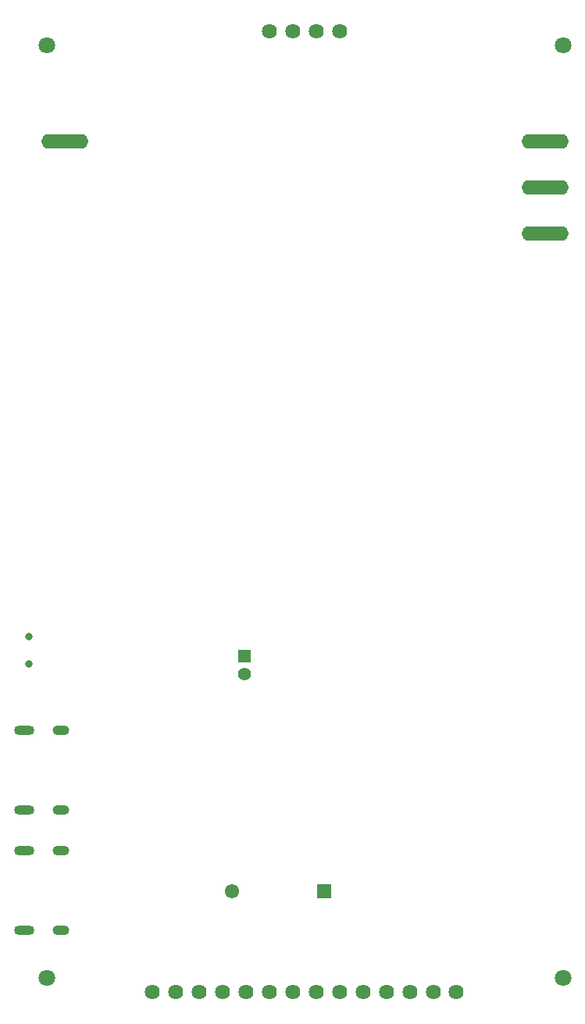
<source format=gbs>
G04*
G04 #@! TF.GenerationSoftware,Altium Limited,Altium Designer,25.4.2 (15)*
G04*
G04 Layer_Color=16711935*
%FSLAX44Y44*%
%MOMM*%
G71*
G04*
G04 #@! TF.SameCoordinates,6A8DEE2E-71F6-4429-A04B-94C45BF31DEA*
G04*
G04*
G04 #@! TF.FilePolarity,Negative*
G04*
G01*
G75*
%ADD92C,0.8016*%
%ADD93O,5.1016X1.6016*%
%ADD94C,1.6256*%
%ADD95C,1.8016*%
%ADD96C,1.5500*%
%ADD97R,1.5500X1.5500*%
%ADD98R,1.4096X1.4096*%
%ADD99C,1.4096*%
G04:AMPARAMS|DCode=100|XSize=1mm|YSize=1.8mm|CornerRadius=0.5mm|HoleSize=0mm|Usage=FLASHONLY|Rotation=270.000|XOffset=0mm|YOffset=0mm|HoleType=Round|Shape=RoundedRectangle|*
%AMROUNDEDRECTD100*
21,1,1.0000,0.8000,0,0,270.0*
21,1,0.0000,1.8000,0,0,270.0*
1,1,1.0000,-0.4000,0.0000*
1,1,1.0000,-0.4000,0.0000*
1,1,1.0000,0.4000,0.0000*
1,1,1.0000,0.4000,0.0000*
%
%ADD100ROUNDEDRECTD100*%
G04:AMPARAMS|DCode=101|XSize=1mm|YSize=2.2mm|CornerRadius=0.5mm|HoleSize=0mm|Usage=FLASHONLY|Rotation=270.000|XOffset=0mm|YOffset=0mm|HoleType=Round|Shape=RoundedRectangle|*
%AMROUNDEDRECTD101*
21,1,1.0000,1.2000,0,0,270.0*
21,1,0.0000,2.2000,0,0,270.0*
1,1,1.0000,-0.6000,0.0000*
1,1,1.0000,-0.6000,0.0000*
1,1,1.0000,0.6000,0.0000*
1,1,1.0000,0.6000,0.0000*
%
%ADD101ROUNDEDRECTD101*%
D92*
X23301Y415001D02*
D03*
Y385001D02*
D03*
D93*
X63000Y952000D02*
D03*
X583000Y852000D02*
D03*
Y902000D02*
D03*
Y952000D02*
D03*
D94*
X335400Y29600D02*
D03*
X310000D02*
D03*
X233800D02*
D03*
X259200D02*
D03*
X284600D02*
D03*
X486794D02*
D03*
X462400D02*
D03*
X386200D02*
D03*
X411600D02*
D03*
X437000D02*
D03*
X360800D02*
D03*
X208400D02*
D03*
X183000D02*
D03*
X157600D02*
D03*
X284600Y1071000D02*
D03*
X310000D02*
D03*
X335400D02*
D03*
X360800D02*
D03*
D95*
X42840Y1055600D02*
D03*
X602560D02*
D03*
X42840Y45000D02*
D03*
X602560D02*
D03*
D96*
X244000Y139000D02*
D03*
D97*
X344000D02*
D03*
D98*
X257500Y394000D02*
D03*
D99*
Y374000D02*
D03*
D100*
X58500Y226800D02*
D03*
Y313200D02*
D03*
Y96800D02*
D03*
Y183200D02*
D03*
D101*
X18500Y226800D02*
D03*
Y313200D02*
D03*
Y96800D02*
D03*
Y183200D02*
D03*
M02*

</source>
